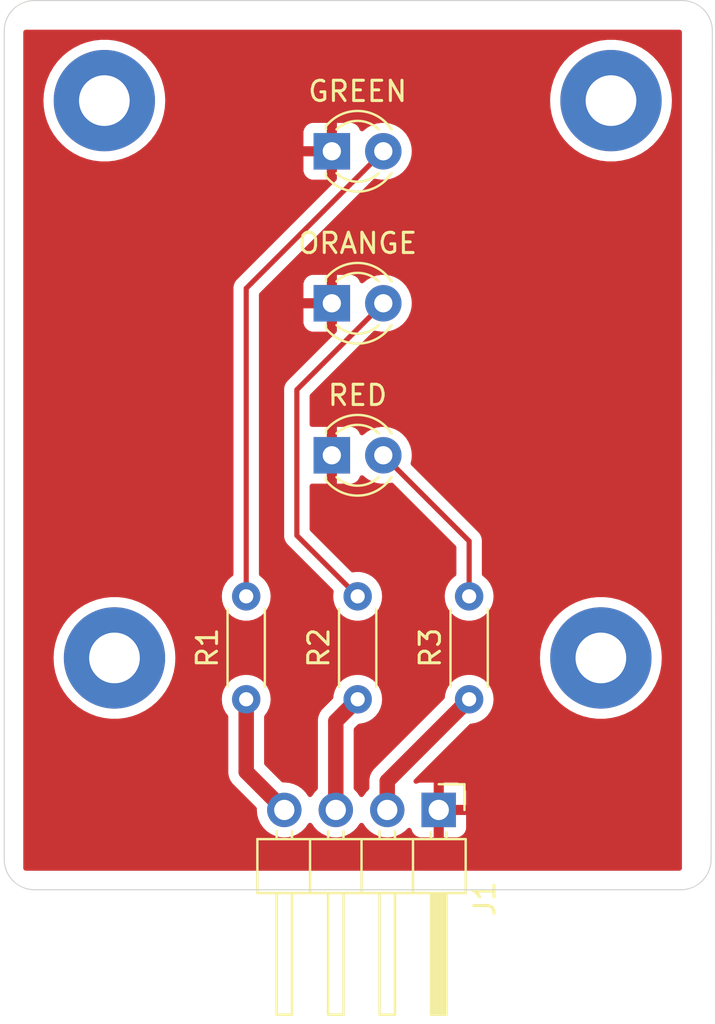
<source format=kicad_pcb>
(kicad_pcb (version 20240108) (generator "pcbnew") (generator_version "8.0")
  (title_block (title "Traffic Light For Arduino PCB") (date "2024-12-18") (rev "V01") (comment 3 "License CC BY 4.0") (comment 4 "Author: PUTSHU LUNGHE"))
  (layers (0 "F.Cu" signal) (31 "B.Cu" signal) (34 "B.Paste" user) (35 "F.Paste" user) (36 "B.SilkS" user "B.Silkscreen") (37 "F.SilkS" user "F.Silkscreen") (38 "B.Mask" user) (39 "F.Mask" user) (44 "Edge.Cuts" user))
  (net 0 "")
  (net 1 "GND")
  (net 2 "Net-(D1-A)")
  (net 3 "Net-(D2-A)")
  (net 4 "Net-(D3-A)")
  (net 5 "Net-(J1-Pin_3)")
  (net 6 "Net-(J1-Pin_4)")
  (net 7 "Net-(J1-Pin_2)")
  (footprint "MountingHole:MountingHole_2.5mm_Pad" (layer "F.Cu") (at 175 65)
    (property "Reference" "H2" (hide yes))
    (property "Value" "MountingHole")
    (pad "1" thru_hole circle (at 0 0) (size 5 5) (drill 2.5) (layers "*.Cu" "*.Mask"))
  )
  (footprint "LED_THT:LED_D3.0mm" (layer "F.Cu") (at 161.225 67.5)
    (property "Reference" "GREEN" (at 1.27 -2.96 0) (layer "F.SilkS"))
    (property "Value" "GREEN")
    (fp_line (start -0.29 -1.236) (end -0.29 -1.08) (stroke (width 0.12)) (layer "F.SilkS"))
    (fp_line (start -0.29 1.08) (end -0.29 1.236) (stroke (width 0.12)) (layer "F.SilkS"))
    (fp_arc (start -0.29 -1.235516) (mid 1.366487 -1.987659) (end 2.942335 -1.078608) (stroke (width 0.12)) (layer "F.SilkS"))
    (fp_arc (start 0.229039 -1.08) (mid 1.270117 -1.5) (end 2.31113 -1.079837) (stroke (width 0.12)) (layer "F.SilkS"))
    (fp_arc (start 2.31113 1.079837) (mid 1.270117 1.5) (end 0.229039 1.08) (stroke (width 0.12)) (layer "F.SilkS"))
    (fp_arc (start 2.942335 1.078608) (mid 1.366487 1.987659) (end -0.29 1.235516) (stroke (width 0.12)) (layer "F.SilkS"))
    (pad "1" thru_hole rect (at 0 0) (size 1.8 1.8) (drill 0.9) (layers "*.Cu" "*.Mask") (net 1 "GND"))
    (pad "2" thru_hole circle (at 2.54 0) (size 1.8 1.8) (drill 0.9) (layers "*.Cu" "*.Mask") (net 2 "Net-(D1-A)"))
  )
  (footprint "Resistor_THT:R_Axial_DIN0204_L3.6mm_D1.6mm_P5.08mm_Horizontal" (layer "F.Cu") (at 168 94.54 90)
    (property "Reference" "R3" (at 2.54 -1.92 90) (layer "F.SilkS"))
    (property "Value" "220R")
    (fp_line (start 0.62 -0.92) (end 4.46 -0.92) (stroke (width 0.12)) (layer "F.SilkS"))
    (fp_line (start 0.62 0.92) (end 4.46 0.92) (stroke (width 0.12)) (layer "F.SilkS"))
    (pad "1" thru_hole circle (at 0 0 90) (size 1.4 1.4) (drill 0.7) (layers "*.Cu" "*.Mask") (net 7 "Net-(J1-Pin_2)"))
    (pad "2" thru_hole oval (at 5.08 0 90) (size 1.4 1.4) (drill 0.7) (layers "*.Cu" "*.Mask") (net 4 "Net-(D3-A)"))
  )
  (footprint "MountingHole:MountingHole_2.5mm_Pad" (layer "F.Cu") (at 150 65)
    (property "Reference" "H1" (hide yes))
    (property "Value" "MountingHole")
    (pad "1" thru_hole circle (at 0 0) (size 5 5) (drill 2.5) (layers "*.Cu" "*.Mask"))
  )
  (footprint "Resistor_THT:R_Axial_DIN0204_L3.6mm_D1.6mm_P5.08mm_Horizontal" (layer "F.Cu") (at 162.5 94.54 90)
    (property "Reference" "R2" (at 2.54 -1.92 90) (layer "F.SilkS"))
    (property "Value" "220R")
    (fp_line (start 0.62 -0.92) (end 4.46 -0.92) (stroke (width 0.12)) (layer "F.SilkS"))
    (fp_line (start 0.62 0.92) (end 4.46 0.92) (stroke (width 0.12)) (layer "F.SilkS"))
    (pad "1" thru_hole circle (at 0 0 90) (size 1.4 1.4) (drill 0.7) (layers "*.Cu" "*.Mask") (net 5 "Net-(J1-Pin_3)"))
    (pad "2" thru_hole oval (at 5.08 0 90) (size 1.4 1.4) (drill 0.7) (layers "*.Cu" "*.Mask") (net 3 "Net-(D2-A)"))
  )
  (footprint "MountingHole:MountingHole_2.5mm_Pad" (layer "F.Cu") (at 150.5 92.5)
    (property "Reference" "H3" (hide yes))
    (property "Value" "MountingHole")
    (pad "1" thru_hole circle (at 0 0) (size 5 5) (drill 2.5) (layers "*.Cu" "*.Mask"))
  )
  (footprint "Resistor_THT:R_Axial_DIN0204_L3.6mm_D1.6mm_P5.08mm_Horizontal" (layer "F.Cu") (at 157 94.54 90)
    (property "Reference" "R1" (at 2.54 -1.92 90) (layer "F.SilkS"))
    (property "Value" "220R")
    (fp_line (start 0.62 -0.92) (end 4.46 -0.92) (stroke (width 0.12)) (layer "F.SilkS"))
    (fp_line (start 0.62 0.92) (end 4.46 0.92) (stroke (width 0.12)) (layer "F.SilkS"))
    (pad "1" thru_hole circle (at 0 0 90) (size 1.4 1.4) (drill 0.7) (layers "*.Cu" "*.Mask") (net 6 "Net-(J1-Pin_4)"))
    (pad "2" thru_hole oval (at 5.08 0 90) (size 1.4 1.4) (drill 0.7) (layers "*.Cu" "*.Mask") (net 2 "Net-(D1-A)"))
  )
  (footprint "MountingHole:MountingHole_2.5mm_Pad" (layer "F.Cu") (at 174.5 92.5)
    (property "Reference" "H4" (hide yes))
    (property "Value" "MountingHole")
    (pad "1" thru_hole circle (at 0 0) (size 5 5) (drill 2.5) (layers "*.Cu" "*.Mask"))
  )
  (footprint "LED_THT:LED_D3.0mm" (layer "F.Cu") (at 161.225 82.5)
    (property "Reference" "RED" (at 1.27 -2.96 0) (layer "F.SilkS"))
    (property "Value" "RED")
    (fp_line (start -0.29 -1.236) (end -0.29 -1.08) (stroke (width 0.12)) (layer "F.SilkS"))
    (fp_line (start -0.29 1.08) (end -0.29 1.236) (stroke (width 0.12)) (layer "F.SilkS"))
    (fp_arc (start -0.29 -1.235516) (mid 1.366487 -1.987659) (end 2.942335 -1.078608) (stroke (width 0.12)) (layer "F.SilkS"))
    (fp_arc (start 0.229039 -1.08) (mid 1.270117 -1.5) (end 2.31113 -1.079837) (stroke (width 0.12)) (layer "F.SilkS"))
    (fp_arc (start 2.31113 1.079837) (mid 1.270117 1.5) (end 0.229039 1.08) (stroke (width 0.12)) (layer "F.SilkS"))
    (fp_arc (start 2.942335 1.078608) (mid 1.366487 1.987659) (end -0.29 1.235516) (stroke (width 0.12)) (layer "F.SilkS"))
    (pad "1" thru_hole rect (at 0 0) (size 1.8 1.8) (drill 0.9) (layers "*.Cu" "*.Mask") (net 1 "GND"))
    (pad "2" thru_hole circle (at 2.54 0) (size 1.8 1.8) (drill 0.9) (layers "*.Cu" "*.Mask") (net 4 "Net-(D3-A)"))
  )
  (footprint "Connector_PinHeader_2.54mm:PinHeader_1x04_P2.54mm_Horizontal" (layer "F.Cu") (at 166.5 100 -90)
    (property "Reference" "J1" (at 4.385 -2.27 90) (layer "F.SilkS"))
    (property "Value" "Conn_01x04")
    (fp_line (start 1.44 8.95) (end 4.1 8.95) (stroke (width 0.12)) (layer "F.SilkS"))
    (fp_line (start 4.1 8.95) (end 4.1 -1.33) (stroke (width 0.12)) (layer "F.SilkS"))
    (fp_line (start 1.042929 8) (end 1.44 8) (stroke (width 0.12)) (layer "F.SilkS"))
    (fp_line (start 10.1 8) (end 4.1 8) (stroke (width 0.12)) (layer "F.SilkS"))
    (fp_line (start 1.042929 7.24) (end 1.44 7.24) (stroke (width 0.12)) (layer "F.SilkS"))
    (fp_line (start 4.1 7.24) (end 10.1 7.24) (stroke (width 0.12)) (layer "F.SilkS"))
    (fp_line (start 10.1 7.24) (end 10.1 8) (stroke (width 0.12)) (layer "F.SilkS"))
    (fp_line (start 1.44 6.35) (end 4.1 6.35) (stroke (width 0.12)) (layer "F.SilkS"))
    (fp_line (start 1.042929 5.46) (end 1.44 5.46) (stroke (width 0.12)) (layer "F.SilkS"))
    (fp_line (start 10.1 5.46) (end 4.1 5.46) (stroke (width 0.12)) (layer "F.SilkS"))
    (fp_line (start 1.042929 4.7) (end 1.44 4.7) (stroke (width 0.12)) (layer "F.SilkS"))
    (fp_line (start 4.1 4.7) (end 10.1 4.7) (stroke (width 0.12)) (layer "F.SilkS"))
    (fp_line (start 10.1 4.7) (end 10.1 5.46) (stroke (width 0.12)) (layer "F.SilkS"))
    (fp_line (start 1.44 3.81) (end 4.1 3.81) (stroke (width 0.12)) (layer "F.SilkS"))
    (fp_line (start 1.042929 2.92) (end 1.44 2.92) (stroke (width 0.12)) (layer "F.SilkS"))
    (fp_line (start 10.1 2.92) (end 4.1 2.92) (stroke (width 0.12)) (layer "F.SilkS"))
    (fp_line (start 1.042929 2.16) (end 1.44 2.16) (stroke (width 0.12)) (layer "F.SilkS"))
    (fp_line (start 4.1 2.16) (end 10.1 2.16) (stroke (width 0.12)) (layer "F.SilkS"))
    (fp_line (start 10.1 2.16) (end 10.1 2.92) (stroke (width 0.12)) (layer "F.SilkS"))
    (fp_line (start 1.44 1.27) (end 4.1 1.27) (stroke (width 0.12)) (layer "F.SilkS"))
    (fp_line (start 1.11 0.38) (end 1.44 0.38) (stroke (width 0.12)) (layer "F.SilkS"))
    (fp_line (start 10.1 0.38) (end 4.1 0.38) (stroke (width 0.12)) (layer "F.SilkS"))
    (fp_line (start 4.1 0.28) (end 10.1 0.28) (stroke (width 0.12)) (layer "F.SilkS"))
    (fp_line (start 4.1 0.16) (end 10.1 0.16) (stroke (width 0.12)) (layer "F.SilkS"))
    (fp_line (start 4.1 0.04) (end 10.1 0.04) (stroke (width 0.12)) (layer "F.SilkS"))
    (fp_line (start -1.27 0) (end -1.27 -1.27) (stroke (width 0.12)) (layer "F.SilkS"))
    (fp_line (start 4.1 -0.08) (end 10.1 -0.08) (stroke (width 0.12)) (layer "F.SilkS"))
    (fp_line (start 4.1 -0.2) (end 10.1 -0.2) (stroke (width 0.12)) (layer "F.SilkS"))
    (fp_line (start 4.1 -0.32) (end 10.1 -0.32) (stroke (width 0.12)) (layer "F.SilkS"))
    (fp_line (start 1.11 -0.38) (end 1.44 -0.38) (stroke (width 0.12)) (layer "F.SilkS"))
    (fp_line (start 4.1 -0.38) (end 10.1 -0.38) (stroke (width 0.12)) (layer "F.SilkS"))
    (fp_line (start 10.1 -0.38) (end 10.1 0.38) (stroke (width 0.12)) (layer "F.SilkS"))
    (fp_line (start -1.27 -1.27) (end 0 -1.27) (stroke (width 0.12)) (layer "F.SilkS"))
    (fp_line (start 1.44 -1.33) (end 1.44 8.95) (stroke (width 0.12)) (layer "F.SilkS"))
    (fp_line (start 4.1 -1.33) (end 1.44 -1.33) (stroke (width 0.12)) (layer "F.SilkS"))
    (pad "1" thru_hole rect (at 0 0 270) (size 1.7 1.7) (drill 1) (layers "*.Cu" "*.Mask") (net 1 "GND"))
    (pad "2" thru_hole oval (at 0 2.54 270) (size 1.7 1.7) (drill 1) (layers "*.Cu" "*.Mask") (net 7 "Net-(J1-Pin_2)"))
    (pad "3" thru_hole oval (at 0 5.08 270) (size 1.7 1.7) (drill 1) (layers "*.Cu" "*.Mask") (net 5 "Net-(J1-Pin_3)"))
    (pad "4" thru_hole oval (at 0 7.62 270) (size 1.7 1.7) (drill 1) (layers "*.Cu" "*.Mask") (net 6 "Net-(J1-Pin_4)"))
  )
  (footprint "LED_THT:LED_D3.0mm" (layer "F.Cu") (at 161.225 75)
    (property "Reference" "ORANGE" (at 1.27 -2.96 0) (layer "F.SilkS"))
    (property "Value" "YELLOW")
    (fp_line (start -0.29 -1.236) (end -0.29 -1.08) (stroke (width 0.12)) (layer "F.SilkS"))
    (fp_line (start -0.29 1.08) (end -0.29 1.236) (stroke (width 0.12)) (layer "F.SilkS"))
    (fp_arc (start -0.29 -1.235516) (mid 1.366487 -1.987659) (end 2.942335 -1.078608) (stroke (width 0.12)) (layer "F.SilkS"))
    (fp_arc (start 0.229039 -1.08) (mid 1.270117 -1.5) (end 2.31113 -1.079837) (stroke (width 0.12)) (layer "F.SilkS"))
    (fp_arc (start 2.31113 1.079837) (mid 1.270117 1.5) (end 0.229039 1.08) (stroke (width 0.12)) (layer "F.SilkS"))
    (fp_arc (start 2.942335 1.078608) (mid 1.366487 1.987659) (end -0.29 1.235516) (stroke (width 0.12)) (layer "F.SilkS"))
    (pad "1" thru_hole rect (at 0 0) (size 1.8 1.8) (drill 0.9) (layers "*.Cu" "*.Mask") (net 1 "GND"))
    (pad "2" thru_hole circle (at 2.54 0) (size 1.8 1.8) (drill 0.9) (layers "*.Cu" "*.Mask") (net 3 "Net-(D2-A)"))
  )
  (gr_arc (start 145.06066 61.56066) (mid 145.5 60.5) (end 146.56066 60.06066) (stroke (width 0.05)) (layer "Edge.Cuts"))
  (gr_line (start 145.06066 61.56066) (end 145.06066 102.43934) (stroke (width 0.05)) (layer "Edge.Cuts"))
  (gr_arc (start 179.93934 102.43934) (mid 179.5 103.5) (end 178.43934 103.93934) (stroke (width 0.05)) (layer "Edge.Cuts"))
  (gr_line (start 180 61.56066) (end 179.93934 102.43934) (stroke (width 0.05)) (layer "Edge.Cuts"))
  (gr_arc (start 146.56066 103.93934) (mid 145.5 103.5) (end 145.06066 102.43934) (stroke (width 0.05)) (layer "Edge.Cuts"))
  (gr_arc (start 178.5 60.06066) (mid 179.56066 60.5) (end 180 61.56066) (stroke (width 0.05)) (layer "Edge.Cuts"))
  (gr_line (start 146.56066 60.06066) (end 178.5 60.06066) (stroke (width 0.05)) (layer "Edge.Cuts"))
  (gr_line (start 178.43934 103.93934) (end 146.56066 103.93934) (stroke (width 0.05)) (layer "Edge.Cuts"))
  (segment (start 157 74.265) (end 163.765 67.5) (width 0.254) (layer "F.Cu") (net 2))
  (segment (start 157 89.46) (end 157 74.265) (width 0.254) (layer "F.Cu") (net 2))
  (segment (start 159.5 79.265) (end 159.5 86.46) (width 0.254) (layer "F.Cu") (net 3))
  (segment (start 163.765 75) (end 159.5 79.265) (width 0.254) (layer "F.Cu") (net 3))
  (segment (start 159.5 86.46) (end 162.5 89.46) (width 0.254) (layer "F.Cu") (net 3))
  (segment (start 168 86.735) (end 163.765 82.5) (width 0.254) (layer "F.Cu") (net 4))
  (segment (start 168 89.46) (end 168 86.735) (width 0.254) (layer "F.Cu") (net 4))
  (segment (start 161.42 100) (end 161.42 95.62) (width 0.762) (layer "F.Cu") (net 5))
  (segment (start 161.42 95.62) (end 162.5 94.54) (width 0.762) (layer "F.Cu") (net 5))
  (segment (start 158.88 100) (end 157 98.12) (width 0.762) (layer "F.Cu") (net 6))
  (segment (start 157 98.12) (end 157 94.54) (width 0.762) (layer "F.Cu") (net 6))
  (segment (start 163.96 98.58) (end 168 94.54) (width 0.762) (layer "F.Cu") (net 7))
  (segment (start 163.96 100) (end 163.96 98.58) (width 0.762) (layer "F.Cu") (net 7))
  (zone (net 1) (net_name "GND") (layer "F.Cu") (connect_pads (clearance 0.5)) (min_thickness 0.25) (fill yes (thermal_gap 0.5) (thermal_bridge_width 0.5))
    (polygon (pts (xy 146 61.5) (xy 178.5 61.5) (xy 178.5 103) (xy 146 103)))
  )
)
</source>
